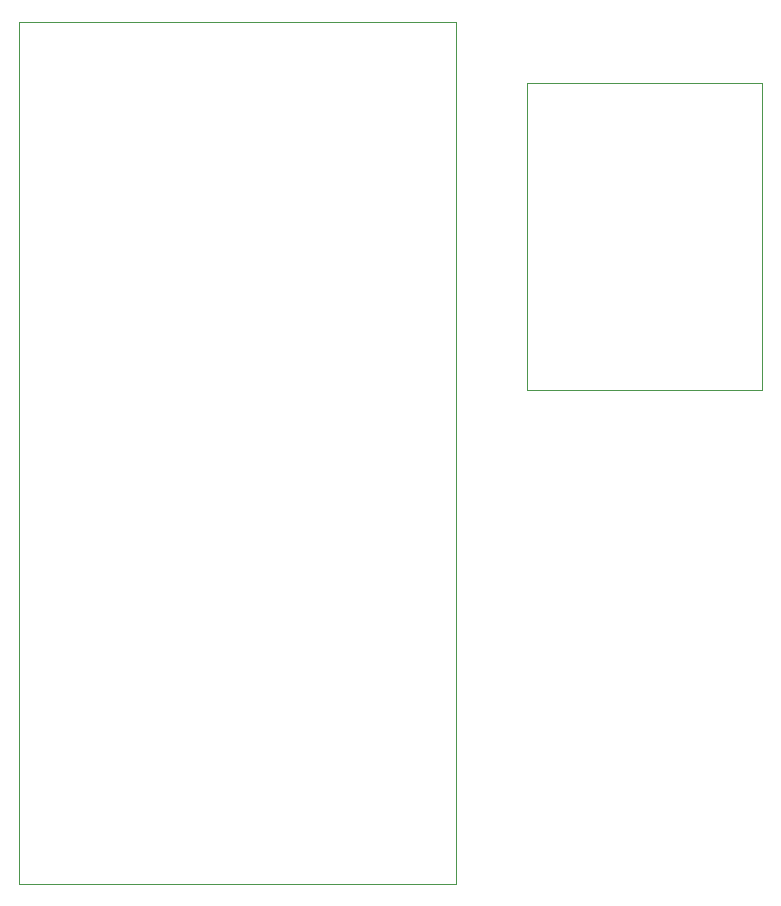
<source format=gbr>
%TF.GenerationSoftware,KiCad,Pcbnew,6.0.10-86aedd382b~118~ubuntu22.04.1*%
%TF.CreationDate,2023-01-21T23:49:40-03:00*%
%TF.ProjectId,MB_V2,4d425f56-322e-46b6-9963-61645f706362,rev?*%
%TF.SameCoordinates,Original*%
%TF.FileFunction,Profile,NP*%
%FSLAX46Y46*%
G04 Gerber Fmt 4.6, Leading zero omitted, Abs format (unit mm)*
G04 Created by KiCad (PCBNEW 6.0.10-86aedd382b~118~ubuntu22.04.1) date 2023-01-21 23:49:40*
%MOMM*%
%LPD*%
G01*
G04 APERTURE LIST*
%TA.AperFunction,Profile*%
%ADD10C,0.100000*%
%TD*%
G04 APERTURE END LIST*
D10*
X137000000Y-110200000D02*
X156900000Y-110200000D01*
X156900000Y-110200000D02*
X156900000Y-136200000D01*
X156900000Y-136200000D02*
X137000000Y-136200000D01*
X137000000Y-136200000D02*
X137000000Y-110200000D01*
X94000000Y-105000000D02*
X131000000Y-105000000D01*
X131000000Y-105000000D02*
X131000000Y-178000000D01*
X131000000Y-178000000D02*
X94000000Y-178000000D01*
X94000000Y-178000000D02*
X94000000Y-105000000D01*
M02*

</source>
